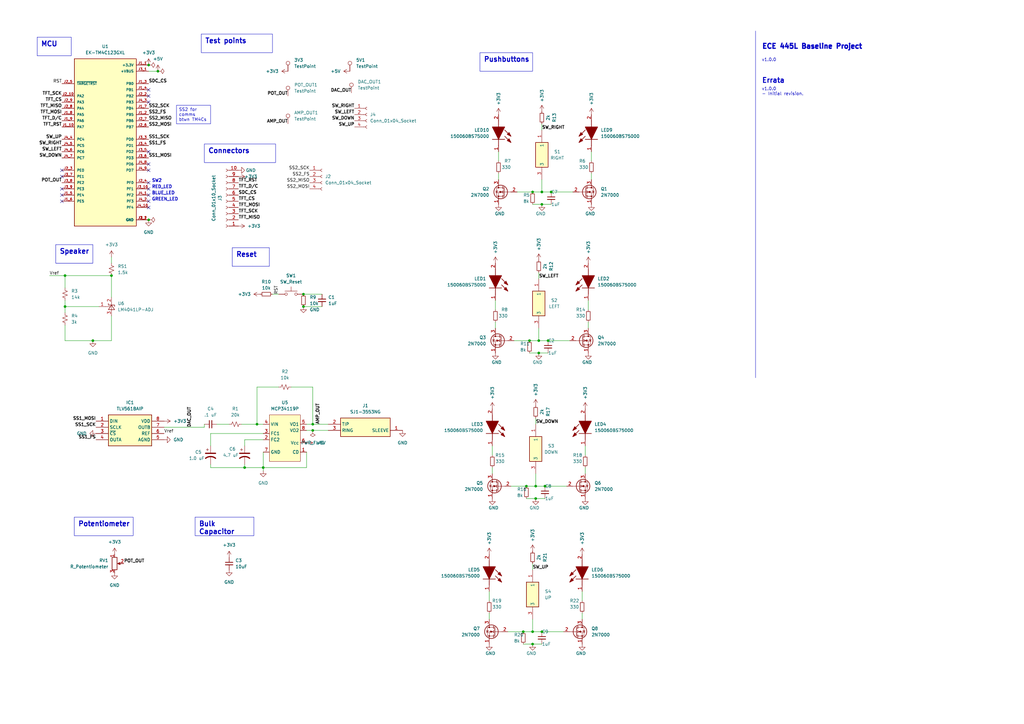
<source format=kicad_sch>
(kicad_sch (version 20230121) (generator eeschema)
  (paper "A3")
  (title_block (title "ECE 445L Baseline Project") (date "2023-08-25") (rev "v1.0.0") (company "The University of Texas at Austin"))
  (junction (at 60.96 26.67))
  (junction (at 100.33 191.77))
  (junction (at 124.46 125.73))
  (junction (at 26.67 125.73))
  (junction (at 215.9 199.39))
  (junction (at 218.44 264.16))
  (junction (at 128.27 173.99))
  (junction (at 218.44 78.74))
  (junction (at 220.98 139.7))
  (junction (at 223.52 199.39))
  (junction (at 226.06 78.74))
  (junction (at 38.1 139.7))
  (junction (at 214.63 259.08))
  (junction (at 219.71 204.47))
  (junction (at 217.17 139.7))
  (junction (at 222.25 78.74))
  (junction (at 224.79 139.7))
  (junction (at 107.95 191.77))
  (junction (at 60.96 90.17))
  (junction (at 220.98 144.78))
  (junction (at 124.46 120.65))
  (junction (at 222.25 83.82))
  (junction (at 222.25 259.08))
  (junction (at 45.72 113.03))
  (junction (at 105.41 173.99))
  (junction (at 128.27 176.53))
  (junction (at 26.67 113.03))
  (junction (at 64.77 29.21))
  (junction (at 219.71 199.39))
  (junction (at 218.44 259.08))
  (no_connect (at 60.96 80.01))
  (no_connect (at 60.96 82.55))
  (no_connect (at 60.96 39.37))
  (no_connect (at 25.4 80.01))
  (no_connect (at 25.4 82.55))
  (no_connect (at 60.96 77.47))
  (no_connect (at 60.96 36.83))
  (no_connect (at 60.96 41.91))
  (no_connect (at 60.96 85.09))
  (no_connect (at 60.96 74.93))
  (no_connect (at 25.4 77.47))
  (no_connect (at 60.96 62.23))
  (no_connect (at 60.96 69.85))
  (no_connect (at 25.4 69.85))
  (no_connect (at 60.96 67.31))
  (no_connect (at 25.4 72.39))
  (wire (pts (xy 88.9 173.99) (xy 93.98 173.99)))
  (wire (pts (xy 241.3 123.19) (xy 241.3 127)))
  (wire (pts (xy 223.52 199.39) (xy 232.41 199.39)))
  (wire (pts (xy 219.71 194.31) (xy 219.71 199.39)))
  (wire (pts (xy 119.38 158.75) (xy 128.27 158.75)))
  (wire (pts (xy 200.66 242.57) (xy 200.66 246.38)))
  (wire (pts (xy 240.03 182.88) (xy 240.03 186.69)))
  (wire (pts (xy 214.63 264.16) (xy 218.44 264.16)))
  (wire (pts (xy 125.73 185.42) (xy 125.73 191.77)))
  (wire (pts (xy 128.27 173.99) (xy 134.62 173.99)))
  (wire (pts (xy 215.9 204.47) (xy 219.71 204.47)))
  (wire (pts (xy 100.33 191.77) (xy 107.95 191.77)))
  (wire (pts (xy 26.67 125.73) (xy 26.67 128.27)))
  (wire (pts (xy 105.41 158.75) (xy 105.41 173.99)))
  (wire (pts (xy 107.95 185.42) (xy 107.95 191.77)))
  (wire (pts (xy 26.67 113.03) (xy 26.67 118.11)))
  (wire (pts (xy 83.82 175.26) (xy 83.82 173.99)))
  (wire (pts (xy 26.67 133.35) (xy 26.67 139.7)))
  (wire (pts (xy 114.3 120.65) (xy 111.76 120.65)))
  (wire (pts (xy 203.2 123.19) (xy 203.2 127)))
  (wire (pts (xy 125.73 173.99) (xy 128.27 173.99)))
  (wire (pts (xy 201.93 191.77) (xy 201.93 194.31)))
  (wire (pts (xy 128.27 176.53) (xy 134.62 176.53)))
  (wire (pts (xy 223.52 199.39) (xy 219.71 199.39)))
  (wire (pts (xy 45.72 139.7) (xy 38.1 139.7)))
  (wire (pts (xy 67.31 175.26) (xy 83.82 175.26)))
  (wire (pts (xy 107.95 180.34) (xy 100.33 180.34)))
  (wire (pts (xy 224.79 139.7) (xy 220.98 139.7)))
  (wire (pts (xy 100.33 190.5) (xy 100.33 191.77)))
  (wire (pts (xy 222.25 83.82) (xy 226.06 83.82)))
  (wire (pts (xy 210.82 139.7) (xy 217.17 139.7)))
  (wire (pts (xy 107.95 177.8) (xy 86.36 177.8)))
  (wire (pts (xy 124.46 120.65) (xy 132.08 120.65)))
  (wire (pts (xy 220.98 139.7) (xy 217.17 139.7)))
  (wire (pts (xy 124.46 125.73) (xy 132.08 125.73)))
  (wire (pts (xy 201.93 182.88) (xy 201.93 186.69)))
  (wire (pts (xy 220.98 111.76) (xy 220.98 114.3)))
  (wire (pts (xy 114.3 158.75) (xy 105.41 158.75)))
  (wire (pts (xy 218.44 83.82) (xy 222.25 83.82)))
  (wire (pts (xy 219.71 204.47) (xy 223.52 204.47)))
  (wire (pts (xy 212.09 78.74) (xy 218.44 78.74)))
  (wire (pts (xy 128.27 158.75) (xy 128.27 173.99)))
  (wire (pts (xy 86.36 190.5) (xy 86.36 191.77)))
  (wire (pts (xy 238.76 251.46) (xy 238.76 254)))
  (wire (pts (xy 240.03 191.77) (xy 240.03 194.31)))
  (wire (pts (xy 220.98 134.62) (xy 220.98 139.7)))
  (wire (pts (xy 222.25 259.08) (xy 231.14 259.08)))
  (wire (pts (xy 218.44 231.14) (xy 218.44 233.68)))
  (wire (pts (xy 222.25 259.08) (xy 218.44 259.08)))
  (wire (pts (xy 204.47 71.12) (xy 204.47 73.66)))
  (wire (pts (xy 226.06 78.74) (xy 234.95 78.74)))
  (wire (pts (xy 107.95 191.77) (xy 107.95 193.04)))
  (wire (pts (xy 60.96 29.21) (xy 64.77 29.21)))
  (wire (pts (xy 20.32 113.03) (xy 26.67 113.03)))
  (polyline (pts (xy 309.88 12.7) (xy 309.88 154.94)))
  (wire (pts (xy 222.25 50.8) (xy 222.25 53.34)))
  (wire (pts (xy 218.44 259.08) (xy 214.63 259.08)))
  (wire (pts (xy 218.44 264.16) (xy 222.25 264.16)))
  (wire (pts (xy 208.28 259.08) (xy 214.63 259.08)))
  (wire (pts (xy 220.98 144.78) (xy 224.79 144.78)))
  (wire (pts (xy 200.66 251.46) (xy 200.66 254)))
  (wire (pts (xy 226.06 78.74) (xy 222.25 78.74)))
  (wire (pts (xy 26.67 125.73) (xy 40.64 125.73)))
  (wire (pts (xy 238.76 242.57) (xy 238.76 246.38)))
  (wire (pts (xy 218.44 254) (xy 218.44 259.08)))
  (wire (pts (xy 242.57 71.12) (xy 242.57 73.66)))
  (wire (pts (xy 209.55 199.39) (xy 215.9 199.39)))
  (wire (pts (xy 204.47 62.23) (xy 204.47 66.04)))
  (wire (pts (xy 86.36 191.77) (xy 100.33 191.77)))
  (wire (pts (xy 100.33 180.34) (xy 100.33 182.88)))
  (wire (pts (xy 217.17 144.78) (xy 220.98 144.78)))
  (wire (pts (xy 241.3 132.08) (xy 241.3 134.62)))
  (wire (pts (xy 45.72 105.41) (xy 45.72 107.95)))
  (wire (pts (xy 125.73 191.77) (xy 107.95 191.77)))
  (wire (pts (xy 45.72 121.92) (xy 45.72 113.03)))
  (wire (pts (xy 222.25 78.74) (xy 218.44 78.74)))
  (wire (pts (xy 26.67 123.19) (xy 26.67 125.73)))
  (wire (pts (xy 99.06 173.99) (xy 105.41 173.99)))
  (wire (pts (xy 219.71 199.39) (xy 215.9 199.39)))
  (wire (pts (xy 45.72 129.54) (xy 45.72 139.7)))
  (wire (pts (xy 125.73 176.53) (xy 128.27 176.53)))
  (wire (pts (xy 242.57 62.23) (xy 242.57 66.04)))
  (wire (pts (xy 222.25 73.66) (xy 222.25 78.74)))
  (wire (pts (xy 219.71 171.45) (xy 219.71 173.99)))
  (wire (pts (xy 86.36 177.8) (xy 86.36 182.88)))
  (wire (pts (xy 105.41 173.99) (xy 107.95 173.99)))
  (wire (pts (xy 203.2 132.08) (xy 203.2 134.62)))
  (wire (pts (xy 26.67 139.7) (xy 38.1 139.7)))
  (wire (pts (xy 224.79 139.7) (xy 233.68 139.7)))
  (wire (pts (xy 45.72 113.03) (xy 26.67 113.03)))
  (text_box "MCU" (at 15.24 15.24 0) (size 13.97 7.62) (effects (font (size 2 2) (thickness 0.4) bold) (justify left top)))
  (text_box "Bulk Capacitor" (at 80.01 212.09 0) (size 24.13 7.62) (effects (font (size 2 2) (thickness 0.4) bold) (justify left top)))
  (text_box "Connectors" (at 83.82 59.055 0) (size 29.21 7.62) (effects (font (size 2 2) (thickness 0.4) bold) (justify left top)))
  (text_box "Speaker" (at 22.86 100.33 0) (size 15.24 7.62) (effects (font (size 2 2) (thickness 0.4) bold) (justify left top)))
  (text_box "Pushbuttons" (at 196.85 21.59 0) (size 21.59 7.62) (effects (font (size 2 2) (thickness 0.4) bold) (justify left top)))
  (text_box "Test points" (at 82.55 13.97 0) (size 29.21 7.62) (effects (font (size 2 2) (thickness 0.4) bold) (justify left top)))
  (text_box "Potentiometer" (at 30.48 212.09 0) (size 24.13 7.62) (effects (font (size 2 2) (thickness 0.4) bold) (justify left top)))
  (text_box "Reset\n" (at 95.25 101.6 0) (size 15.24 7.62) (effects (font (size 2 2) (thickness 0.4) bold) (justify left top)))
  (text_box "SS2 for comms btwn TM4Cs\n" (at 72.39 43.18 0) (size 13.97 7.62) (effects (font (size 1.27 1.27)) (justify left top)))
  (text "v1.0.0\n- Initial revision." (at 312.42 39.37 0) (effects (font (size 1.27 1.27)) (justify left bottom)))
  (text "ECE 445L Baseline Project" (at 312.42 20.32 0) (effects (font (size 2 2) (thickness 0.6) bold) (justify left bottom)))
  (text "v1.0.0" (at 312.42 25.4 0) (effects (font (size 1.27 1.27)) (justify left bottom)))
  (text "Errata" (at 312.42 34.29 0) (effects (font (size 2 2) (thickness 0.4) bold) (justify left bottom)))
  (text "BLUE_LED" (at 62.23 80.01 0) (effects (font (size 1.27 1.27) bold) (justify left bottom)))
  (text "RED_LED" (at 62.23 77.47 0) (effects (font (size 1.27 1.27) bold) (justify left bottom)))
  (text "SW2" (at 62.23 74.93 0) (effects (font (size 1.27 1.27) bold) (justify left bottom)))
  (text "GREEN_LED" (at 62.23 82.55 0) (effects (font (size 1.27 1.27) bold) (justify left bottom)))
  (label "SS2_MOSI" (at 60.96 52.07 0) (effects (font bold)))
  (label "SDC_CS" (at 60.96 34.29 0) (effects (font bold)))
  (label "SS1_FS" (at 60.96 59.69 0) (effects (font (thickness 0.254) bold)))
  (label "TFT_SCK" (at 25.4 39.37 180) (effects (font bold)))
  (label "SS2_SCK" (at 127 69.85 180))
  (label "POT_OUT" (at 25.4 74.93 180) (effects (font (thickness 0.254) bold)))
  (label "AMP_OUT" (at 131.445 173.99 90) (effects (font (thickness 0.254) bold)))
  (label "Vref" (at 20.32 113.03 0))
  (label "SW_RIGHT" (at 25.4 59.69 180) (effects (font bold)))
  (label "SS1_SCK" (at 39.37 175.26 180) (effects (font (thickness 0.254) bold)))
  (label "SS2_FS" (at 127 72.39 180))
  (label "TFT_MISO" (at 97.79 90.17 0) (effects (font bold)))
  (label "SW_UP" (at 218.44 233.68 0) (effects (font bold)))
  (label "SW_LEFT" (at 25.4 62.23 180) (effects (font bold)))
  (label "SW_UP" (at 145.415 52.07 180) (effects (font bold)))
  (label "SS2_SCK" (at 60.96 44.45 0) (effects (font (thickness 0.254) bold)))
  (label "SS2_FS" (at 60.96 46.99 0) (effects (font bold)))
  (label "SW_LEFT" (at 220.98 114.3 0) (effects (font bold)))
  (label "SS2_MOSI" (at 127 77.47 180))
  (label "AMP_OUT" (at 118.11 50.8 180) (effects (font (thickness 0.254) bold)))
  (label "RST" (at 114.3 120.65 90))
  (label "TFT_CS" (at 97.79 82.55 0) (effects (font bold)))
  (label "DAC_OUT" (at 78.74 175.26 90) (effects (font (thickness 0.254) bold)))
  (label "SW_RIGHT" (at 222.25 53.34 0) (effects (font bold)))
  (label "SS2_MISO" (at 127 74.93 180))
  (label "RST" (at 25.4 34.29 180))
  (label "SDC_CS" (at 97.79 80.01 0) (effects (font bold)))
  (label "SS2_MISO" (at 60.96 49.53 0) (effects (font bold)))
  (label "POT_OUT" (at 50.8 231.14 0) (effects (font (thickness 0.254) bold)))
  (label "SW_DOWN" (at 219.71 173.99 0) (effects (font bold)))
  (label "TFT_D{slash}C" (at 25.4 49.53 180) (effects (font bold)))
  (label "SS1_SCK" (at 60.96 57.15 0) (effects (font (thickness 0.254) bold)))
  (label "DAC_OUT" (at 144.145 38.1 180) (effects (font (thickness 0.254) bold)))
  (label "TFT_MOSI" (at 25.4 46.99 180) (effects (font bold)))
  (label "SS1_MOSI" (at 39.37 172.72 180) (effects (font (thickness 0.254) bold)))
  (label "TFT_RST" (at 97.79 74.93 0) (effects (font bold)))
  (label "TFT_MOSI" (at 97.79 85.09 0) (effects (font bold)))
  (label "SW_RIGHT" (at 145.415 44.45 180) (effects (font bold)))
  (label "TFT_D{slash}C" (at 97.79 77.47 0) (effects (font bold)))
  (label "SS1_MOSI" (at 60.96 64.77 0) (effects (font (thickness 0.254) bold)))
  (label "TFT_MISO" (at 25.4 44.45 180) (effects (font bold)))
  (label "SW_DOWN" (at 145.415 49.53 180) (effects (font bold)))
  (label "SW_DOWN" (at 25.4 64.77 180) (effects (font bold)))
  (label "TFT_RST" (at 25.4 52.07 180) (effects (font bold)))
  (label "SW_LEFT" (at 145.415 46.99 180) (effects (font bold)))
  (label "POT_OUT" (at 118.11 39.37 180) (effects (font (thickness 0.254) bold)))
  (label "Vref" (at 67.31 177.8 0))
  (label "SW_UP" (at 25.4 57.15 180) (effects (font bold)))
  (label "TFT_CS" (at 25.4 41.91 180) (effects (font bold)))
  (label "SS1_FS" (at 39.37 180.34 180) (effects (font (thickness 0.254) bold)))
  (label "TFT_SCK" (at 97.79 87.63 0) (effects (font bold)))
  (symbol (lib_id "150060BS75000:150060BS75000") (at 204.47 62.23 270) (mirror x) (unit 1)
    (property "Reference" "LED10" (at 200.66 53.34 90) (effects (justify right)))
    (property "Value" "150060BS75000" (at 200.66 55.88 90) (effects (justify right)))
    (property "Footprint" "footprints:LEDC1608X80N" (effects hide))
    (property "Datasheet" "https://componentsearchengine.com/Datasheets/2/150060BS75000.pdf" (effects hide))
    (property "Height" "0.8" (effects hide))
    (property "Mouser Part Number" "710-150060BS75000" (effects hide))
    (property "Mouser Price/Stock" "https://www.mouser.co.uk/ProductDetail/Wurth-Elektronik/150060BS75000?qs=LlUlMxKIyB2DLLpXQThavA%3D%3D" (effects hide))
    (property "Manufacturer_Name" "Wurth Elektronik" (effects hide))
    (property "Manufacturer_Part_Number" "150060BS75000" (effects hide))
  )
  (symbol (lib_id "power:PWR_FLAG") (at 60.96 90.17 270) (unit 1)
    (property "Reference" "#FLG0102" (effects hide))
    (property "Value" "PWR_FLAG" (effects hide))
  )
  (symbol (lib_id "power:+3V3") (at 97.79 72.39 270) (unit 1)
    (property "Reference" "#PWR033" (effects hide))
    (property "Value" "+3V3" (at 102.87 72.39 90))
  )
  (symbol (lib_id "Device:R_Small_US") (at 26.67 120.65 0) (unit 1)
    (property "Reference" "R3" (at 29.21 119.38 0) (effects (justify left)))
    (property "Value" "14k" (at 29.21 121.92 0) (effects (justify left)))
    (property "Footprint" "Resistor_THT:R_Axial_DIN0204_L3.6mm_D1.6mm_P1.90mm_Vertical" (effects hide))
  )
  (symbol (lib_id "Connector:TestPoint") (at 144.145 38.1 0) (unit 1)
    (property "Reference" "DAC_OUT1" (at 146.685 33.528 0) (effects (justify left)))
    (property "Value" "TestPoint" (at 146.685 36.068 0) (effects (justify left)))
    (property "Footprint" "TestPoint:TestPoint_Pad_1.0x1.0mm" (effects hide))
  )
  (symbol (lib_id "Connector:Conn_01x10_Socket") (at 92.71 82.55 180) (unit 1)
    (property "Reference" "J3" (at 90.17 81.28 90))
    (property "Value" "Conn_01x10_Socket" (at 87.63 81.28 90))
    (property "Footprint" "Connector_PinSocket_2.54mm:PinSocket_1x10_P2.54mm_Vertical" (effects hide))
  )
  (symbol (lib_id "power:+3V3") (at 238.76 227.33 0) (unit 1)
    (property "Reference" "#PWR040" (effects hide))
    (property "Value" "+3V3" (at 238.76 223.52 90) (effects (justify left)))
  )
  (symbol (lib_id "power:+3V3") (at 242.57 46.99 0) (unit 1)
    (property "Reference" "#PWR06" (effects hide))
    (property "Value" "+3V3" (at 242.57 43.18 90) (effects (justify left)))
  )
  (symbol (lib_id "ti_EKTM4C123GXL:EK-TM4C123GXL") (at 43.18 57.15 0) (unit 1)
    (property "Reference" "U1" (at 43.18 19.05 0))
    (property "Value" "EK-TM4C123GXL" (at 43.18 21.59 0))
    (property "Footprint" "footprints:ti_EKTM4C123GXL" (effects hide))
    (property "Datasheet" "https://www.ti.com/lit/ds/symlink/tm4c123gh6pm.pdf?ts=1693244962384&ref_url=https%253A%252F%252Fwww.google.com%252F" (effects hide))
    (property "Distributor" "Mouser" (effects hide))
    (property "Manufacturer" "Texas Instruments" (effects hide))
    (property "P/N" "EK-TM4C123GXL" (effects hide))
    (property "Cost" "22.60" (effects hide))
  )
  (symbol (lib_id "Transistor_FET:2N7000") (at 236.22 259.08 0) (unit 1)
    (property "Reference" "Q8" (at 242.57 257.81 0) (effects (justify left)))
    (property "Value" "2N7000" (at 242.57 260.35 0) (effects (justify left)))
    (property "Footprint" "Package_TO_SOT_THT:TO-92_Inline" (effects hide))
    (property "Datasheet" "https://www.vishay.com/docs/70226/70226.pdf" (effects hide))
  )
  (symbol (lib_id "power:+3V3") (at 97.79 92.71 270) (unit 1)
    (property "Reference" "#PWR034" (effects hide))
    (property "Value" "+3V3" (at 104.14 92.71 90))
  )
  (symbol (lib_id "Device:R_Small") (at 241.3 129.54 180) (unit 1)
    (property "Reference" "R14" (at 236.22 127 0) (effects (justify right)))
    (property "Value" "330" (at 236.22 129.54 0) (effects (justify right)))
    (property "Footprint" "Resistor_THT:R_Axial_DIN0204_L3.6mm_D1.6mm_P1.90mm_Vertical" (effects hide))
  )
  (symbol (lib_id "150060BS75000:150060BS75000") (at 201.93 182.88 270) (mirror x) (unit 1)
    (property "Reference" "LED3" (at 198.12 173.99 90) (effects (justify right)))
    (property "Value" "150060BS75000" (at 198.12 176.53 90) (effects (justify right)))
    (property "Footprint" "footprints:LEDC1608X80N" (effects hide))
    (property "Datasheet" "https://componentsearchengine.com/Datasheets/2/150060BS75000.pdf" (effects hide))
    (property "Height" "0.8" (effects hide))
    (property "Mouser Part Number" "710-150060BS75000" (effects hide))
    (property "Mouser Price/Stock" "https://www.mouser.co.uk/ProductDetail/Wurth-Elektronik/150060BS75000?qs=LlUlMxKIyB2DLLpXQThavA%3D%3D" (effects hide))
    (property "Manufacturer_Name" "Wurth Elektronik" (effects hide))
    (property "Manufacturer_Part_Number" "150060BS75000" (effects hide))
  )
  (symbol (lib_id "150060BS75000:150060BS75000") (at 241.3 123.19 90) (unit 1)
    (property "Reference" "LED2" (at 245.11 114.3 90) (effects (justify right)))
    (property "Value" "150060BS75000" (at 245.11 116.84 90) (effects (justify right)))
    (property "Footprint" "footprints:LEDC1608X80N" (effects hide))
    (property "Datasheet" "https://componentsearchengine.com/Datasheets/2/150060BS75000.pdf" (effects hide))
    (property "Height" "0.8" (effects hide))
    (property "Mouser Part Number" "710-150060BS75000" (effects hide))
    (property "Mouser Price/Stock" "https://www.mouser.co.uk/ProductDetail/Wurth-Elektronik/150060BS75000?qs=LlUlMxKIyB2DLLpXQThavA%3D%3D" (effects hide))
    (property "Manufacturer_Name" "Wurth Elektronik" (effects hide))
    (property "Manufacturer_Part_Number" "150060BS75000" (effects hide))
  )
  (symbol (lib_id "power:GND") (at 107.95 193.04 0) (unit 1)
    (property "Reference" "#PWR010" (effects hide))
    (property "Value" "GND" (at 107.95 198.12 0))
  )
  (symbol (lib_id "power:PWR_FLAG") (at 64.77 29.21 270) (unit 1)
    (property "Reference" "#FLG0103" (effects hide))
    (property "Value" "PWR_FLAG" (effects hide))
  )
  (symbol (lib_id "Switch:SW_Push") (at 119.38 120.65 0) (unit 1)
    (property "Reference" "SW1" (at 119.38 113.03 0))
    (property "Value" "SW_Reset" (at 119.38 115.57 0))
    (property "Footprint" "Button_Switch_THT:SW_PUSH_6mm" (effects hide))
  )
  (symbol (lib_id "Device:R_Small") (at 124.46 123.19 180) (unit 1)
    (property "Reference" "R9" (at 127 121.92 0) (effects (justify right)))
    (property "Value" "10k" (at 127 124.46 0) (effects (justify right)))
    (property "Footprint" "Resistor_THT:R_Axial_DIN0204_L3.6mm_D1.6mm_P1.90mm_Vertical" (effects hide))
  )
  (symbol (lib_id "power:+3V3") (at 219.71 166.37 0) (unit 1)
    (property "Reference" "#PWR027" (effects hide))
    (property "Value" "+3V3" (at 219.71 162.56 90) (effects (justify left)))
  )
  (symbol (lib_id "power:GND") (at 97.79 69.85 90) (unit 1)
    (property "Reference" "#PWR032" (effects hide))
    (property "Value" "GND" (at 102.87 69.85 90))
  )
  (symbol (lib_id "power:GND") (at 38.1 139.7 0) (unit 1)
    (property "Reference" "#PWR012" (effects hide))
    (property "Value" "GND" (at 38.1 144.78 0))
  )
  (symbol (lib_id "power:+3V3") (at 45.72 105.41 0) (unit 1)
    (property "Reference" "#PWR013" (effects hide))
    (property "Value" "+3V3" (at 45.72 100.33 0))
  )
  (symbol (lib_id "Device:R_Small") (at 222.25 48.26 180) (unit 1)
    (property "Reference" "R13" (at 227.33 48.26 90))
    (property "Value" "2k" (at 224.79 48.26 90))
    (property "Footprint" "Resistor_THT:R_Axial_DIN0204_L3.6mm_D1.6mm_P1.90mm_Vertical" (effects hide))
  )
  (symbol (lib_id "Device:R_Small") (at 238.76 248.92 180) (unit 1)
    (property "Reference" "R22" (at 233.68 246.38 0) (effects (justify right)))
    (property "Value" "330" (at 233.68 248.92 0) (effects (justify right)))
    (property "Footprint" "Resistor_THT:R_Axial_DIN0204_L3.6mm_D1.6mm_P1.90mm_Vertical" (effects hide))
  )
  (symbol (lib_id "button:KS11R22CQD") (at 218.44 233.68 270) (unit 1)
    (property "Reference" "S4" (at 224.79 242.57 90))
    (property "Value" "UP" (at 224.79 245.11 90))
    (property "Footprint" "footprints:KS11R23CQD" (effects hide))
    (property "Datasheet" "https://www.ckswitches.com/media/1342/ks.pdf" (effects hide))
    (property "Mouser Part Number" "611-KS11R001" (effects hide))
    (property "Mouser Price/Stock" "https://www.mouser.co.uk/ProductDetail/CK/KS11R22CQD?qs=J7x7253A5u7lG8HxgbrxtA%3D%3D" (effects hide))
    (property "Manufacturer_Name" "C & K COMPONENTS" (effects hide))
    (property "Manufacturer_Part_Number" "KS11R22CQD" (effects hide))
  )
  (symbol (lib_id "power:+3V3") (at 220.98 106.68 0) (unit 1)
    (property "Reference" "#PWR03" (effects hide))
    (property "Value" "+3V3" (at 220.98 102.87 90) (effects (justify left)))
  )
  (symbol (lib_id "power:GND") (at 238.76 264.16 0) (unit 1)
    (property "Reference" "#PWR041" (effects hide))
    (property "Value" "GND" (at 236.22 267.97 0) (effects (justify left)))
  )
  (symbol (lib_id "power:+3V3") (at 118.11 29.21 90) (unit 1)
    (property "Reference" "#PWR042" (effects hide))
    (property "Value" "+3V3" (at 114.3 29.21 90) (effects (justify left)))
  )
  (symbol (lib_id "Device:R_Small") (at 201.93 189.23 0) (mirror x) (unit 1)
    (property "Reference" "R15" (at 207.01 186.69 0) (effects (justify right)))
    (property "Value" "330" (at 207.01 189.23 0) (effects (justify right)))
    (property "Footprint" "Resistor_THT:R_Axial_DIN0204_L3.6mm_D1.6mm_P1.90mm_Vertical" (effects hide))
  )
  (symbol (lib_id "Device:C_Small") (at 226.06 81.28 0) (unit 1)
    (property "Reference" "C7" (at 226.06 78.74 0) (effects (justify left)))
    (property "Value" "1uF" (at 226.06 83.82 0) (effects (justify left)))
    (property "Footprint" "Capacitor_THT:CP_Radial_Tantal_D5.0mm_P2.50mm" (effects hide))
  )
  (symbol (lib_id "power:+5V") (at 64.77 29.21 0) (unit 1)
    (property "Reference" "#PWR0105" (effects hide))
    (property "Value" "+5V" (at 64.77 24.13 0))
  )
  (symbol (lib_id "Device:R_Small") (at 204.47 68.58 0) (mirror x) (unit 1)
    (property "Reference" "R7" (at 209.55 66.04 0) (effects (justify right)))
    (property "Value" "330" (at 209.55 68.58 0) (effects (justify right)))
    (property "Footprint" "Resistor_THT:R_Axial_DIN0204_L3.6mm_D1.6mm_P1.90mm_Vertical" (effects hide))
  )
  (symbol (lib_id "Device:R_Small_US") (at 26.67 130.81 0) (unit 1)
    (property "Reference" "R4" (at 29.21 129.54 0) (effects (justify left)))
    (property "Value" "3k" (at 29.21 132.08 0) (effects (justify left)))
    (property "Footprint" "Resistor_THT:R_Axial_DIN0204_L3.6mm_D1.6mm_P1.90mm_Vertical" (effects hide))
  )
  (symbol (lib_id "Device:R_Small") (at 217.17 142.24 180) (unit 1)
    (property "Reference" "R11" (at 213.36 140.97 0) (effects (justify right)))
    (property "Value" "8k" (at 213.36 143.51 0) (effects (justify right)))
    (property "Footprint" "Resistor_THT:R_Axial_DIN0204_L3.6mm_D1.6mm_P1.90mm_Vertical" (effects hide))
  )
  (symbol (lib_id "power:+3V3") (at 93.98 228.6 0) (unit 1)
    (property "Reference" "#PWR04" (effects hide))
    (property "Value" "+3V3" (at 93.98 223.52 0))
  )
  (symbol (lib_id "Device:R_Small_US") (at 96.52 173.99 90) (unit 1)
    (property "Reference" "R1" (at 96.52 167.64 90))
    (property "Value" "20k" (at 96.52 170.18 90))
    (property "Footprint" "Resistor_THT:R_Axial_DIN0204_L3.6mm_D1.6mm_P1.90mm_Vertical" (effects hide))
  )
  (symbol (lib_id "150060BS75000:150060BS75000") (at 200.66 242.57 270) (mirror x) (unit 1)
    (property "Reference" "LED5" (at 196.85 233.68 90) (effects (justify right)))
    (property "Value" "150060BS75000" (at 196.85 236.22 90) (effects (justify right)))
    (property "Footprint" "footprints:LEDC1608X80N" (effects hide))
    (property "Datasheet" "https://componentsearchengine.com/Datasheets/2/150060BS75000.pdf" (effects hide))
    (property "Height" "0.8" (effects hide))
    (property "Mouser Part Number" "710-150060BS75000" (effects hide))
    (property "Mouser Price/Stock" "https://www.mouser.co.uk/ProductDetail/Wurth-Elektronik/150060BS75000?qs=LlUlMxKIyB2DLLpXQThavA%3D%3D" (effects hide))
    (property "Manufacturer_Name" "Wurth Elektronik" (effects hide))
    (property "Manufacturer_Part_Number" "150060BS75000" (effects hide))
  )
  (symbol (lib_id "button:KS11R22CQD") (at 219.71 173.99 270) (unit 1)
    (property "Reference" "S3" (at 226.06 182.88 90))
    (property "Value" "DOWN" (at 226.06 185.42 90))
    (property "Footprint" "footprints:KS11R23CQD" (effects hide))
    (property "Datasheet" "https://www.ckswitches.com/media/1342/ks.pdf" (effects hide))
    (property "Mouser Part Number" "611-KS11R001" (effects hide))
    (property "Mouser Price/Stock" "https://www.mouser.co.uk/ProductDetail/CK/KS11R22CQD?qs=J7x7253A5u7lG8HxgbrxtA%3D%3D" (effects hide))
    (property "Manufacturer_Name" "C & K COMPONENTS" (effects hide))
    (property "Manufacturer_Part_Number" "KS11R22CQD" (effects hide))
  )
  (symbol (lib_id "power:+3V3") (at 106.68 120.65 90) (unit 1)
    (property "Reference" "#PWR030" (effects hide))
    (property "Value" "+3V3" (at 102.87 120.65 90) (effects (justify left)))
  )
  (symbol (lib_id "power:GND") (at 165.1 176.53 0) (unit 1)
    (property "Reference" "#PWR07" (effects hide))
    (property "Value" "GND" (at 165.1 181.61 0))
  )
  (symbol (lib_id "Device:C_Small") (at 132.08 123.19 0) (unit 1)
    (property "Reference" "C1" (at 134.62 121.9263 0) (effects (justify left)))
    (property "Value" "1uF" (at 134.62 124.4663 0) (effects (justify left)))
    (property "Footprint" "Capacitor_THT:CP_Radial_Tantal_D5.0mm_P2.50mm" (effects hide))
  )
  (symbol (lib_id "power:+3V3") (at 240.03 167.64 0) (unit 1)
    (property "Reference" "#PWR031" (effects hide))
    (property "Value" "+3V3" (at 240.03 163.83 90) (effects (justify left)))
  )
  (symbol (lib_id "Device:R_Small") (at 214.63 261.62 180) (unit 1)
    (property "Reference" "R20" (at 210.82 260.35 0) (effects (justify right)))
    (property "Value" "8k" (at 210.82 262.89 0) (effects (justify right)))
    (property "Footprint" "Resistor_THT:R_Axial_DIN0204_L3.6mm_D1.6mm_P1.90mm_Vertical" (effects hide))
  )
  (symbol (lib_id "Connector:TestPoint") (at 118.11 50.8 0) (unit 1)
    (property "Reference" "AMP_OUT1" (at 120.65 46.228 0) (effects (justify left)))
    (property "Value" "TestPoint" (at 120.65 48.768 0) (effects (justify left)))
    (property "Footprint" "TestPoint:TestPoint_Pad_1.0x1.0mm" (effects hide))
  )
  (symbol (lib_id "power:+3V3") (at 203.2 107.95 0) (mirror y) (unit 1)
    (property "Reference" "#PWR01" (effects hide))
    (property "Value" "+3V3" (at 203.2 104.14 90) (effects (justify left)))
  )
  (symbol (lib_id "button:KS11R22CQD") (at 220.98 114.3 270) (unit 1)
    (property "Reference" "S2" (at 227.33 123.19 90))
    (property "Value" "LEFT" (at 227.33 125.73 90))
    (property "Footprint" "footprints:KS11R23CQD" (effects hide))
    (property "Datasheet" "https://www.ckswitches.com/media/1342/ks.pdf" (effects hide))
    (property "Mouser Part Number" "611-KS11R001" (effects hide))
    (property "Mouser Price/Stock" "https://www.mouser.co.uk/ProductDetail/CK/KS11R22CQD?qs=J7x7253A5u7lG8HxgbrxtA%3D%3D" (effects hide))
    (property "Manufacturer_Name" "C & K COMPONENTS" (effects hide))
    (property "Manufacturer_Part_Number" "KS11R22CQD" (effects hide))
  )
  (symbol (lib_id "Device:C_Small") (at 86.36 173.99 90) (unit 1)
    (property "Reference" "C4" (at 86.3663 167.64 90))
    (property "Value" ".1 uF" (at 86.3663 170.18 90))
    (property "Footprint" "Capacitor_THT:CP_Radial_Tantal_D5.0mm_P2.50mm" (effects hide))
  )
  (symbol (lib_id "Transistor_FET:2N7000") (at 205.74 139.7 0) (mirror y) (unit 1)
    (property "Reference" "Q3" (at 199.39 138.43 0) (effects (justify left)))
    (property "Value" "2N7000" (at 199.39 140.97 0) (effects (justify left)))
    (property "Footprint" "Package_TO_SOT_THT:TO-92_Inline" (effects hide))
    (property "Datasheet" "https://www.vishay.com/docs/70226/70226.pdf" (effects hide))
  )
  (symbol (lib_id "Transistor_FET:2N7000") (at 237.49 199.39 0) (unit 1)
    (property "Reference" "Q6" (at 243.84 198.12 0) (effects (justify left)))
    (property "Value" "2N7000" (at 243.84 200.66 0) (effects (justify left)))
    (property "Footprint" "Package_TO_SOT_THT:TO-92_Inline" (effects hide))
    (property "Datasheet" "https://www.vishay.com/docs/70226/70226.pdf" (effects hide))
  )
  (symbol (lib_id "Device:R_Potentiometer") (at 46.99 231.14 0) (unit 1)
    (property "Reference" "RV1" (at 44.45 229.87 0) (effects (justify right)))
    (property "Value" "R_Potentiometer" (at 44.45 232.41 0) (effects (justify right)))
    (property "Footprint" "Connector_PinHeader_2.54mm:PinHeader_1x03_P2.54mm_Vertical" (effects hide))
  )
  (symbol (lib_id "power:GND") (at 219.71 204.47 0) (unit 1)
    (property "Reference" "#PWR028" (effects hide))
    (property "Value" "GND" (at 217.17 208.28 0) (effects (justify left)))
  )
  (symbol (lib_id "Connector:Conn_01x04_Socket") (at 132.08 72.39 0) (unit 1)
    (property "Reference" "J2" (at 133.35 72.39 0) (effects (justify left)))
    (property "Value" "Conn_01x04_Socket" (at 133.35 74.93 0) (effects (justify left)))
    (property "Footprint" "Connector_PinSocket_2.54mm:PinSocket_1x04_P2.54mm_Vertical" (effects hide))
  )
  (symbol (lib_id "150060BS75000:150060BS75000") (at 242.57 62.23 90) (unit 1)
    (property "Reference" "LED9" (at 246.38 53.34 90) (effects (justify right)))
    (property "Value" "150060BS75000" (at 246.38 55.88 90) (effects (justify right)))
    (property "Footprint" "footprints:LEDC1608X80N" (effects hide))
    (property "Datasheet" "https://componentsearchengine.com/Datasheets/2/150060BS75000.pdf" (effects hide))
    (property "Height" "0.8" (effects hide))
    (property "Mouser Part Number" "710-150060BS75000" (effects hide))
    (property "Mouser Price/Stock" "https://www.mouser.co.uk/ProductDetail/Wurth-Elektronik/150060BS75000?qs=LlUlMxKIyB2DLLpXQThavA%3D%3D" (effects hide))
    (property "Manufacturer_Name" "Wurth Elektronik" (effects hide))
    (property "Manufacturer_Part_Number" "150060BS75000" (effects hide))
  )
  (symbol (lib_id "Device:R_Small") (at 240.03 189.23 180) (unit 1)
    (property "Reference" "R18" (at 234.95 186.69 0) (effects (justify right)))
    (property "Value" "330" (at 234.95 189.23 0) (effects (justify right)))
    (property "Footprint" "Resistor_THT:R_Axial_DIN0204_L3.6mm_D1.6mm_P1.90mm_Vertical" (effects hide))
  )
  (symbol (lib_id "power:GND") (at 220.98 144.78 0) (unit 1)
    (property "Reference" "#PWR08" (effects hide))
    (property "Value" "GND" (at 218.44 148.59 0) (effects (justify left)))
  )
  (symbol (lib_id "ti_TLV5618AIP:TLV5618AIP") (at 53.34 176.53 0) (unit 1)
    (property "Reference" "IC1" (at 53.34 165.1 0))
    (property "Value" "TLV5618AIP" (at 53.34 167.64 0))
    (property "Footprint" "footprints:ti_TLV5618AIP" (effects hide))
    (property "Datasheet" "http://www.ti.com/lit/ds/symlink/tlv5618a.pdf" (effects hide))
    (property "Distributor" "Mouser" (effects hide))
    (property "Manufacturer" "Texas Instruments" (effects hide))
    (property "P/N" "TLV5618AIP" (effects hide))
    (property "Cost" "13.80" (effects hide))
  )
  (symbol (lib_id "150060BS75000:150060BS75000") (at 238.76 242.57 90) (unit 1)
    (property "Reference" "LED6" (at 242.57 233.68 90) (effects (justify right)))
    (property "Value" "150060BS75000" (at 242.57 236.22 90) (effects (justify right)))
    (property "Footprint" "footprints:LEDC1608X80N" (effects hide))
    (property "Datasheet" "https://componentsearchengine.com/Datasheets/2/150060BS75000.pdf" (effects hide))
    (property "Height" "0.8" (effects hide))
    (property "Mouser Part Number" "710-150060BS75000" (effects hide))
    (property "Mouser Price/Stock" "https://www.mouser.co.uk/ProductDetail/Wurth-Elektronik/150060BS75000?qs=LlUlMxKIyB2DLLpXQThavA%3D%3D" (effects hide))
    (property "Manufacturer_Name" "Wurth Elektronik" (effects hide))
    (property "Manufacturer_Part_Number" "150060BS75000" (effects hide))
  )
  (symbol (lib_id "Device:C_Small") (at 223.52 201.93 0) (unit 1)
    (property "Reference" "C8" (at 223.52 199.39 0) (effects (justify left)))
    (property "Value" "1uF" (at 223.52 204.47 0) (effects (justify left)))
    (property "Footprint" "Capacitor_THT:CP_Radial_Tantal_D5.0mm_P2.50mm" (effects hide))
  )
  (symbol (lib_id "button:KS11R22CQD") (at 222.25 53.34 270) (unit 1)
    (property "Reference" "S1" (at 228.6 62.23 90))
    (property "Value" "RIGHT" (at 228.6 64.77 90))
    (property "Footprint" "footprints:KS11R23CQD" (effects hide))
    (property "Datasheet" "https://www.ckswitches.com/media/1342/ks.pdf" (effects hide))
    (property "Mouser Part Number" "611-KS11R001" (effects hide))
    (property "Mouser Price/Stock" "https://www.mouser.co.uk/ProductDetail/CK/KS11R22CQD?qs=J7x7253A5u7lG8HxgbrxtA%3D%3D" (effects hide))
    (property "Manufacturer_Name" "C & K COMPONENTS" (effects hide))
    (property "Manufacturer_Part_Number" "KS11R22CQD" (effects hide))
  )
  (symbol (lib_id "power:GND") (at 67.31 180.34 90) (unit 1)
    (property "Reference" "#PWR026" (effects hide))
    (property "Value" "GND" (at 71.12 180.34 90) (effects (justify right)))
  )
  (symbol (lib_id "power:GND") (at 200.66 264.16 0) (mirror y) (unit 1)
    (property "Reference" "#PWR037" (effects hide))
    (property "Value" "GND" (at 203.2 267.97 0) (effects (justify left)))
  )
  (symbol (lib_id "power:+3V3") (at 204.47 46.99 0) (mirror y) (unit 1)
    (property "Reference" "#PWR019" (effects hide))
    (property "Value" "+3V3" (at 204.47 43.18 90) (effects (justify left)))
  )
  (symbol (lib_id "Device:R_Small_US") (at 116.84 158.75 90) (unit 1)
    (property "Reference" "R2" (at 116.84 152.4 90))
    (property "Value" "10k" (at 116.84 154.94 90))
    (property "Footprint" "Resistor_THT:R_Axial_DIN0204_L3.6mm_D1.6mm_P1.90mm_Vertical" (effects hide))
  )
  (symbol (lib_id "150060BS75000:150060BS75000") (at 203.2 123.19 270) (mirror x) (unit 1)
    (property "Reference" "LED1" (at 199.39 114.3 90) (effects (justify right)))
    (property "Value" "150060BS75000" (at 199.39 116.84 90) (effects (justify right)))
    (property "Footprint" "footprints:LEDC1608X80N" (effects hide))
    (property "Datasheet" "https://componentsearchengine.com/Datasheets/2/150060BS75000.pdf" (effects hide))
    (property "Height" "0.8" (effects hide))
    (property "Mouser Part Number" "710-150060BS75000" (effects hide))
    (property "Mouser Price/Stock" "https://www.mouser.co.uk/ProductDetail/Wurth-Elektronik/150060BS75000?qs=LlUlMxKIyB2DLLpXQThavA%3D%3D" (effects hide))
    (property "Manufacturer_Name" "Wurth Elektronik" (effects hide))
    (property "Manufacturer_Part_Number" "150060BS75000" (effects hide))
  )
  (symbol (lib_id "SJ1-3553NG:SJ1-3553NG") (at 165.1 176.53 180) (unit 1)
    (property "Reference" "J1" (at 149.86 166.37 0))
    (property "Value" "SJ1-3553NG" (at 149.86 168.91 0))
    (property "Footprint" "footprints:SJ13553NG" (effects hide))
    (property "Datasheet" "https://datasheet.datasheetarchive.com/originals/distributors/Datasheets-SFU1/DSASFU10007010.pdf" (effects hide))
    (property "Height" "10.5" (effects hide))
    (property "Mouser Part Number" "490-SJ1-3553NG" (effects hide))
    (property "Mouser Price/Stock" "https://www.mouser.co.uk/ProductDetail/CUI-Devices/SJ1-3553NG?qs=WyjlAZoYn523%2Fbs4n0DpiQ%3D%3D" (effects hide))
    (property "Manufacturer_Name" "CUI Devices" (effects hide))
    (property "Manufacturer_Part_Number" "SJ1-3553NG" (effects hide))
  )
  (symbol (lib_id "power:+5V") (at 143.51 29.21 90) (unit 1)
    (property "Reference" "#PWR043" (effects hide))
    (property "Value" "+5V" (at 139.7 29.21 90) (effects (justify left)))
  )
  (symbol (lib_id "Device:C_Small") (at 224.79 142.24 0) (unit 1)
    (property "Reference" "C2" (at 224.79 139.7 0) (effects (justify left)))
    (property "Value" "1uF" (at 224.79 144.78 0) (effects (justify left)))
    (property "Footprint" "Capacitor_THT:CP_Radial_Tantal_D5.0mm_P2.50mm" (effects hide))
  )
  (symbol (lib_id "power:GND") (at 93.98 233.68 0) (unit 1)
    (property "Reference" "#PWR05" (effects hide))
    (property "Value" "GND" (at 93.98 238.76 0))
  )
  (symbol (lib_id "power:GND") (at 222.25 83.82 0) (unit 1)
    (property "Reference" "#PWR016" (effects hide))
    (property "Value" "GND" (at 219.71 87.63 0) (effects (justify left)))
  )
  (symbol (lib_id "Device:R_Small") (at 200.66 248.92 0) (mirror x) (unit 1)
    (property "Reference" "R19" (at 205.74 246.38 0) (effects (justify right)))
    (property "Value" "330" (at 205.74 248.92 0) (effects (justify right)))
    (property "Footprint" "Resistor_THT:R_Axial_DIN0204_L3.6mm_D1.6mm_P1.90mm_Vertical" (effects hide))
  )
  (symbol (lib_id "power:+3V3") (at 67.31 172.72 270) (unit 1)
    (property "Reference" "#PWR025" (effects hide))
    (property "Value" "+3V3" (at 71.12 172.72 90) (effects (justify left)))
  )
  (symbol (lib_id "Device:R_Small") (at 220.98 109.22 180) (unit 1)
    (property "Reference" "R12" (at 226.06 109.22 90))
    (property "Value" "2k" (at 223.52 109.22 90))
    (property "Footprint" "Resistor_THT:R_Axial_DIN0204_L3.6mm_D1.6mm_P1.90mm_Vertical" (effects hide))
  )
  (symbol (lib_id "power:GND") (at 124.46 125.73 0) (unit 1)
    (property "Reference" "#PWR029" (effects hide))
    (property "Value" "GND" (at 127 127 0) (effects (justify left)))
  )
  (symbol (lib_id "Transistor_FET:2N7000") (at 203.2 259.08 0) (mirror y) (unit 1)
    (property "Reference" "Q7" (at 196.85 257.81 0) (effects (justify left)))
    (property "Value" "2N7000" (at 196.85 260.35 0) (effects (justify left)))
    (property "Footprint" "Package_TO_SOT_THT:TO-92_Inline" (effects hide))
    (property "Datasheet" "https://www.vishay.com/docs/70226/70226.pdf" (effects hide))
  )
  (symbol (lib_id "Connector:Conn_01x04_Socket") (at 150.495 46.99 0) (unit 1)
    (property "Reference" "J4" (at 151.765 46.99 0) (effects (justify left)))
    (property "Value" "Conn_01x04_Socket" (at 151.765 49.53 0) (effects (justify left)))
    (property "Footprint" "Connector_PinSocket_2.54mm:PinSocket_1x04_P2.54mm_Vertical" (effects hide))
  )
  (symbol (lib_id "power:+3V3") (at 201.93 167.64 0) (mirror y) (unit 1)
    (property "Reference" "#PWR022" (effects hide))
    (property "Value" "+3V3" (at 201.93 163.83 90) (effects (justify left)))
  )
  (symbol (lib_id "power:+3V3") (at 60.96 26.67 0) (unit 1)
    (property "Reference" "#PWR0103" (effects hide))
    (property "Value" "+3V3" (at 60.96 21.59 0))
  )
  (symbol (lib_id "power:GND") (at 201.93 204.47 0) (mirror y) (unit 1)
    (property "Reference" "#PWR023" (effects hide))
    (property "Value" "GND" (at 204.47 208.28 0) (effects (justify left)))
  )
  (symbol (lib_id "power:GND") (at 240.03 204.47 0) (unit 1)
    (property "Reference" "#PWR035" (effects hide))
    (property "Value" "GND" (at 237.49 208.28 0) (effects (justify left)))
  )
  (symbol (lib_id "power:+3V3") (at 46.99 227.33 0) (unit 1)
    (property "Reference" "#PWR014" (effects hide))
    (property "Value" "+3V3" (at 46.99 222.25 0))
  )
  (symbol (lib_id "Transistor_FET:2N7000") (at 240.03 78.74 0) (unit 1)
    (property "Reference" "Q1" (at 246.38 77.47 0) (effects (justify left)))
    (property "Value" "2N7000" (at 246.38 80.01 0) (effects (justify left)))
    (property "Footprint" "Package_TO_SOT_THT:TO-92_Inline" (effects hide))
    (property "Datasheet" "https://www.vishay.com/docs/70226/70226.pdf" (effects hide))
  )
  (symbol (lib_id "power:GND") (at 242.57 83.82 0) (unit 1)
    (property "Reference" "#PWR018" (effects hide))
    (property "Value" "GND" (at 240.03 87.63 0) (effects (justify left)))
  )
  (symbol (lib_id "150060BS75000:150060BS75000") (at 240.03 182.88 90) (unit 1)
    (property "Reference" "LED4" (at 243.84 173.99 90) (effects (justify right)))
    (property "Value" "150060BS75000" (at 243.84 176.53 90) (effects (justify right)))
    (property "Footprint" "footprints:LEDC1608X80N" (effects hide))
    (property "Datasheet" "https://componentsearchengine.com/Datasheets/2/150060BS75000.pdf" (effects hide))
    (property "Height" "0.8" (effects hide))
    (property "Mouser Part Number" "710-150060BS75000" (effects hide))
    (property "Mouser Price/Stock" "https://www.mouser.co.uk/ProductDetail/Wurth-Elektronik/150060BS75000?qs=LlUlMxKIyB2DLLpXQThavA%3D%3D" (effects hide))
    (property "Manufacturer_Name" "Wurth Elektronik" (effects hide))
    (property "Manufacturer_Part_Number" "150060BS75000" (effects hide))
  )
  (symbol (lib_id "Transistor_FET:2N7000") (at 207.01 78.74 0) (mirror y) (unit 1)
    (property "Reference" "Q2" (at 200.66 77.47 0) (effects (justify left)))
    (property "Value" "2N7000" (at 200.66 80.01 0) (effects (justify left)))
    (property "Footprint" "Package_TO_SOT_THT:TO-92_Inline" (effects hide))
    (property "Datasheet" "https://www.vishay.com/docs/70226/70226.pdf" (effects hide))
  )
  (symbol (lib_id "power:+3V3") (at 222.25 45.72 0) (unit 1)
    (property "Reference" "#PWR017" (effects hide))
    (property "Value" "+3V3" (at 222.25 41.91 90) (effects (justify left)))
  )
  (symbol (lib_id "Device:C_Small") (at 222.25 261.62 0) (unit 1)
    (property "Reference" "C9" (at 222.25 259.08 0) (effects (justify left)))
    (property "Value" "1uF" (at 222.25 264.16 0) (effects (justify left)))
    (property "Footprint" "Capacitor_THT:CP_Radial_Tantal_D5.0mm_P2.50mm" (effects hide))
  )
  (symbol (lib_id "Device:R_Small") (at 215.9 201.93 180) (unit 1)
    (property "Reference" "R16" (at 212.09 200.66 0) (effects (justify right)))
    (property "Value" "8k" (at 212.09 203.2 0) (effects (justify right)))
    (property "Footprint" "Resistor_THT:R_Axial_DIN0204_L3.6mm_D1.6mm_P1.90mm_Vertical" (effects hide))
  )
  (symbol (lib_id "power:GND") (at 241.3 144.78 0) (unit 1)
    (property "Reference" "#PWR021" (effects hide))
    (property "Value" "GND" (at 238.76 148.59 0) (effects (justify left)))
  )
  (symbol (lib_id "Connector:TestPoint") (at 118.11 39.37 0) (unit 1)
    (property "Reference" "POT_OUT1" (at 120.65 34.798 0) (effects (justify left)))
    (property "Value" "TestPoint" (at 120.65 37.338 0) (effects (justify left)))
    (property "Footprint" "TestPoint:TestPoint_Pad_1.0x1.0mm" (effects hide))
  )
  (symbol (lib_id "Device:R_Small_US") (at 45.72 110.49 0) (unit 1)
    (property "Reference" "RS1" (at 48.26 109.22 0) (effects (justify left)))
    (property "Value" "1.5k" (at 48.26 111.76 0) (effects (justify left)))
    (property "Footprint" "Resistor_THT:R_Axial_DIN0204_L3.6mm_D1.6mm_P1.90mm_Vertical" (effects hide))
  )
  (symbol (lib_id "power:+3V3") (at 200.66 227.33 0) (mirror y) (unit 1)
    (property "Reference" "#PWR036" (effects hide))
    (property "Value" "+3V3" (at 200.66 223.52 90) (effects (justify left)))
  )
  (symbol (lib_id "power:PWR_FLAG") (at 60.96 26.67 270) (unit 1)
    (property "Reference" "#FLG0101" (effects hide))
    (property "Value" "PWR_FLAG" (effects hide))
  )
  (symbol (lib_id "power:GND") (at 218.44 264.16 0) (unit 1)
    (property "Reference" "#PWR039" (effects hide))
    (property "Value" "GND" (at 215.9 267.97 0) (effects (justify left)))
  )
  (symbol (lib_id "Device:C_Small") (at 93.98 231.14 0) (unit 1)
    (property "Reference" "C3" (at 96.52 229.8763 0) (effects (justify left)))
    (property "Value" "10uF" (at 96.52 232.4163 0) (effects (justify left)))
    (property "Footprint" "Capacitor_THT:C_Axial_L5.1mm_D3.1mm_P15.00mm_Horizontal" (effects hide))
  )
  (symbol (lib_id "Device:R_Small") (at 218.44 228.6 180) (unit 1)
    (property "Reference" "R21" (at 223.52 228.6 90))
    (property "Value" "2k" (at 220.98 228.6 90))
    (property "Footprint" "Resistor_THT:R_Axial_DIN0204_L3.6mm_D1.6mm_P1.90mm_Vertical" (effects hide))
  )
  (symbol (lib_id "Device:R_Small") (at 218.44 81.28 180) (unit 1)
    (property "Reference" "R5" (at 214.63 80.01 0) (effects (justify right)))
    (property "Value" "8k" (at 214.63 82.55 0) (effects (justify right)))
    (property "Footprint" "Resistor_THT:R_Axial_DIN0204_L3.6mm_D1.6mm_P1.90mm_Vertical" (effects hide))
  )
  (symbol (lib_id "Device:C_Polarized_US") (at 100.33 186.69 0) (unit 1)
    (property "Reference" "C6" (at 93.98 184.15 0) (effects (justify left)))
    (property "Value" "4.7 uF" (at 91.44 186.69 0) (effects (justify left)))
    (property "Footprint" "Capacitor_THT:CP_Radial_Tantal_D5.0mm_P2.50mm" (effects hide))
  )
  (symbol (lib_id "Transistor_FET:2N7000") (at 204.47 199.39 0) (mirror y) (unit 1)
    (property "Reference" "Q5" (at 198.12 198.12 0) (effects (justify left)))
    (property "Value" "2N7000" (at 198.12 200.66 0) (effects (justify left)))
    (property "Footprint" "Package_TO_SOT_THT:TO-92_Inline" (effects hide))
    (property "Datasheet" "https://www.vishay.com/docs/70226/70226.pdf" (effects hide))
  )
  (symbol (lib_id "Device:R_Small") (at 242.57 68.58 180) (unit 1)
    (property "Reference" "R6" (at 237.49 66.04 0) (effects (justify right)))
    (property "Value" "330" (at 237.49 68.58 0) (effects (justify right)))
    (property "Footprint" "Resistor_THT:R_Axial_DIN0204_L3.6mm_D1.6mm_P1.90mm_Vertical" (effects hide))
  )
  (symbol (lib_id "Connector:TestPoint") (at 143.51 29.21 0) (unit 1)
    (property "Reference" "5V1" (at 146.05 24.638 0) (effects (justify left)))
    (property "Value" "TestPoint" (at 146.05 27.178 0) (effects (justify left)))
    (property "Footprint" "TestPoint:TestPoint_Pad_1.0x1.0mm" (effects hide))
  )
  (symbol (lib_id "power:GND") (at 204.47 83.82 0) (mirror y) (unit 1)
    (property "Reference" "#PWR020" (effects hide))
    (property "Value" "GND" (at 207.01 87.63 0) (effects (justify left)))
  )
  (symbol (lib_id "power:+3V3") (at 218.44 226.06 0) (unit 1)
    (property "Reference" "#PWR038" (effects hide))
    (property "Value" "+3V3" (at 218.44 222.25 90) (effects (justify left)))
  )
  (symbol (lib_id "Reference_Voltage:LM4041LP-ADJ") (at 45.72 125.73 90) (unit 1)
    (property "Reference" "U6" (at 48.26 124.46 90) (effects (justify right)))
    (property "Value" "LM4041LP-ADJ" (at 48.26 127 90) (effects (justify right)))
    (property "Footprint" "Package_TO_SOT_THT:TO-92_Inline" (effects hide))
    (property "Datasheet" "http://www.ti.com/lit/ds/symlink/lm4041-n.pdf" (effects hide))
  )
  (symbol (lib_id "power:GND") (at 60.96 90.17 0) (unit 1)
    (property "Reference" "#PWR0104" (effects hide))
    (property "Value" "GND" (at 60.96 95.25 0))
  )
  (symbol (lib_id "Device:R_Small") (at 219.71 168.91 180) (unit 1)
    (property "Reference" "R17" (at 224.79 168.91 90))
    (property "Value" "2k" (at 222.25 168.91 90))
    (property "Footprint" "Resistor_THT:R_Axial_DIN0204_L3.6mm_D1.6mm_P1.90mm_Vertical" (effects hide))
  )
  (symbol (lib_id "Device:C_Polarized_US") (at 86.36 186.69 0) (unit 1)
    (property "Reference" "C5" (at 80.01 185.42 0) (effects (justify left)))
    (property "Value" "1.0 uF" (at 77.47 187.96 0) (effects (justify left)))
    (property "Footprint" "Capacitor_THT:CP_Radial_Tantal_D5.0mm_P2.50mm" (effects hide))
  )
  (symbol (lib_id "Connector:TestPoint") (at 118.11 29.21 0) (unit 1)
    (property "Reference" "3V3" (at 120.65 24.638 0) (effects (justify left)))
    (property "Value" "TestPoint" (at 120.65 27.178 0) (effects (justify left)))
    (property "Footprint" "TestPoint:TestPoint_Pad_1.0x1.0mm" (effects hide))
  )
  (symbol (lib_id "Device:R_Small") (at 109.22 120.65 270) (unit 1)
    (property "Reference" "R10" (at 109.22 115.57 90))
    (property "Value" "10k" (at 109.22 118.11 90))
    (property "Footprint" "Resistor_THT:R_Axial_DIN0204_L3.6mm_D1.6mm_P1.90mm_Vertical" (effects hide))
  )
  (symbol (lib_id "Transistor_FET:2N7000") (at 238.76 139.7 0) (unit 1)
    (property "Reference" "Q4" (at 245.11 138.43 0) (effects (justify left)))
    (property "Value" "2N7000" (at 245.11 140.97 0) (effects (justify left)))
    (property "Footprint" "Package_TO_SOT_THT:TO-92_Inline" (effects hide))
    (property "Datasheet" "https://www.vishay.com/docs/70226/70226.pdf" (effects hide))
  )
  (symbol (lib_id "power:PWR_FLAG") (at 128.27 176.53 180) (unit 1)
    (property "Reference" "#FLG01" (effects hide))
    (property "Value" "PWR_FLAG" (at 128.27 181.61 0))
  )
  (symbol (lib_id "power:GND") (at 203.2 144.78 0) (mirror y) (unit 1)
    (property "Reference" "#PWR02" (effects hide))
    (property "Value" "GND" (at 205.74 148.59 0) (effects (justify left)))
  )
  (symbol (lib_id "power:+3V3") (at 241.3 107.95 0) (unit 1)
    (property "Reference" "#PWR09" (effects hide))
    (property "Value" "+3V3" (at 241.3 104.14 90) (effects (justify left)))
  )
  (symbol (lib_id "power:GND") (at 46.99 234.95 0) (unit 1)
    (property "Reference" "#PWR015" (effects hide))
    (property "Value" "GND" (at 46.99 240.03 0))
  )
  (symbol (lib_id "Device:R_Small") (at 203.2 129.54 0) (mirror x) (unit 1)
    (property "Reference" "R8" (at 208.28 127 0) (effects (justify right)))
    (property "Value" "330" (at 208.28 129.54 0) (effects (justify right)))
    (property "Footprint" "Resistor_THT:R_Axial_DIN0204_L3.6mm_D1.6mm_P1.90mm_Vertical" (effects hide))
  )
  (symbol (lib_id "motorola_MCP34119P:MCP34119P") (at 116.84 179.07 0) (unit 1)
    (property "Reference" "U5" (at 116.84 165.1 0))
    (property "Value" "MCP34119P" (at 116.84 167.64 0))
    (property "Footprint" "Package_DIP:DIP-8_W7.62mm_LongPads" (effects hide))
    (property "Datasheet" "https://users.ece.utexas.edu/~valvano/Datasheets/MC34119.pdf" (effects hide))
    (property "Distributor" "N/A" (effects hide))
    (property "Manufacturer" "Motorola" (effects hide))
    (property "P/N" "MC34119P" (effects hide))
    (property "Cost" "N/A" (effects hide))
  )
  (symbol (lib_id "power:GND") (at 39.37 177.8 270) (unit 1)
    (property "Reference" "#PWR024" (effects hide))
    (property "Value" "GND" (at 35.56 177.8 90) (effects (justify right)))
  )
  (symbol (lib_id "power:+5V") (at 125.73 181.61 270) (unit 1)
    (property "Reference" "#PWR011" (effects hide))
    (property "Value" "+5V" (at 129.54 181.61 90) (effects (justify left)))
  )
)
</source>
